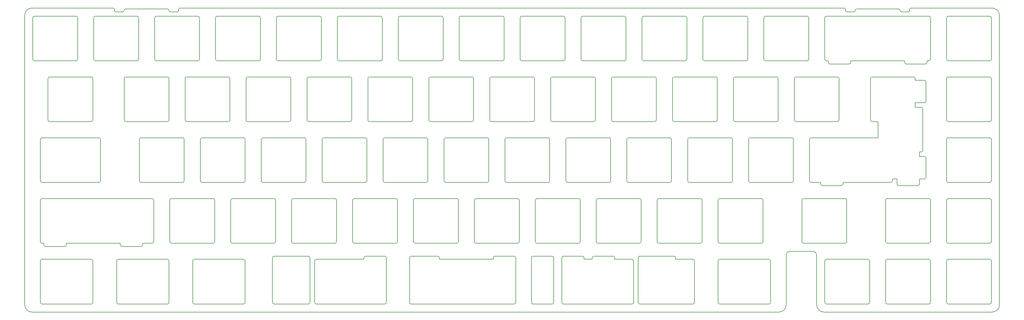
<source format=gbr>
%TF.GenerationSoftware,KiCad,Pcbnew,7.0.1*%
%TF.CreationDate,2023-05-02T22:12:12+03:00*%
%TF.ProjectId,rpneko65-fr4-plate,72706e65-6b6f-4363-952d-6672342d706c,rev?*%
%TF.SameCoordinates,Original*%
%TF.FileFunction,Profile,NP*%
%FSLAX46Y46*%
G04 Gerber Fmt 4.6, Leading zero omitted, Abs format (unit mm)*
G04 Created by KiCad (PCBNEW 7.0.1) date 2023-05-02 22:12:12*
%MOMM*%
%LPD*%
G01*
G04 APERTURE LIST*
%TA.AperFunction,Profile*%
%ADD10C,0.200000*%
%TD*%
G04 APERTURE END LIST*
D10*
X290852553Y-190215947D02*
G75*
G03*
X293102553Y-187965947I0J2250000D01*
G01*
X294352553Y-171165947D02*
G75*
G03*
X293102553Y-172415947I0J-1250000D01*
G01*
X294352553Y-171165947D02*
X301377553Y-171165947D01*
X302627553Y-172415947D02*
G75*
G03*
X301377553Y-171165947I-1250000J0D01*
G01*
X302627553Y-172415947D02*
X302627553Y-187965947D01*
X302627553Y-187965947D02*
G75*
G03*
X304877553Y-190215947I2250000J0D01*
G01*
X357527553Y-190215947D02*
G75*
G03*
X359777553Y-187965947I0J2250000D01*
G01*
X304877553Y-190215947D02*
X357527553Y-190215947D01*
X359777553Y-97215847D02*
X359777553Y-187965947D01*
X359777553Y-97215847D02*
G75*
G03*
X357527553Y-94965847I-2250000J0D01*
G01*
X332177553Y-94965847D02*
X357527553Y-94965847D01*
X331677553Y-95465847D02*
X331677553Y-95715847D01*
X332177553Y-94965847D02*
G75*
G03*
X331677553Y-95465847I0J-500000D01*
G01*
X331177553Y-96215847D02*
G75*
G03*
X331677553Y-95715847I0J500000D01*
G01*
X331177553Y-96215847D02*
X329177553Y-96215847D01*
X328677553Y-95715847D02*
G75*
G03*
X329177553Y-96215847I500000J0D01*
G01*
X328677553Y-95715847D02*
G75*
G03*
X328177553Y-95215847I-500000J0D01*
G01*
X315177553Y-95215847D02*
G75*
G03*
X314677553Y-95715847I0J-500000D01*
G01*
X314177553Y-96215847D02*
G75*
G03*
X314677553Y-95715847I0J500000D01*
G01*
X312177553Y-96215847D02*
X314177553Y-96215847D01*
X311677553Y-95715847D02*
G75*
G03*
X312177553Y-96215847I500000J0D01*
G01*
X311677553Y-95465847D02*
X311677553Y-95715847D01*
X311677553Y-95465847D02*
G75*
G03*
X311177553Y-94965847I-500000J0D01*
G01*
X315177553Y-95215847D02*
X328177553Y-95215847D01*
X103577153Y-94965847D02*
X311177553Y-94965847D01*
X103077153Y-95465847D02*
X103077153Y-95715847D01*
X103577153Y-94965847D02*
G75*
G03*
X103077153Y-95465847I0J-500000D01*
G01*
X102577153Y-96215847D02*
G75*
G03*
X103077153Y-95715847I0J500000D01*
G01*
X102577153Y-96215847D02*
X100577153Y-96215847D01*
X100077153Y-95715847D02*
G75*
G03*
X100577153Y-96215847I500000J0D01*
G01*
X100077153Y-95715847D02*
G75*
G03*
X99577153Y-95215847I-500000J0D01*
G01*
X86577153Y-95215847D02*
X99577153Y-95215847D01*
X86577153Y-95215847D02*
G75*
G03*
X86077153Y-95715847I0J-500000D01*
G01*
X85577153Y-96215847D02*
G75*
G03*
X86077153Y-95715847I0J500000D01*
G01*
X83577153Y-96215847D02*
X85577153Y-96215847D01*
X83077153Y-95715847D02*
G75*
G03*
X83577153Y-96215847I500000J0D01*
G01*
X83077153Y-95465847D02*
G75*
G03*
X82577153Y-94965847I-500000J0D01*
G01*
X83077153Y-95465847D02*
X83077153Y-95715847D01*
X57227153Y-94965847D02*
G75*
G03*
X54977153Y-97215847I0J-2250000D01*
G01*
X57227153Y-94965847D02*
X82577153Y-94965847D01*
X54977153Y-97215847D02*
X54977153Y-187965947D01*
X57227153Y-190215947D02*
X290852553Y-190215947D01*
X54977153Y-187965947D02*
G75*
G03*
X57227153Y-190215947I2250000J0D01*
G01*
X343261553Y-174194947D02*
X343261553Y-187194947D01*
X357261553Y-187194947D02*
X357261553Y-174194947D01*
X356761553Y-173694947D02*
X343761553Y-173694947D01*
X343761553Y-187694947D02*
X356761553Y-187694947D01*
X343761553Y-173694947D02*
G75*
G03*
X343261553Y-174194947I0J-500000D01*
G01*
X357261553Y-174194947D02*
G75*
G03*
X356761553Y-173694947I-500000J0D01*
G01*
X356761553Y-187694947D02*
G75*
G03*
X357261553Y-187194947I0J500000D01*
G01*
X343261553Y-187194947D02*
G75*
G03*
X343761553Y-187694947I500000J0D01*
G01*
X324211553Y-174194947D02*
X324211553Y-187194947D01*
X338211553Y-187194947D02*
X338211553Y-174194947D01*
X337711553Y-173694947D02*
X324711553Y-173694947D01*
X324711553Y-187694947D02*
X337711553Y-187694947D01*
X324711553Y-173694947D02*
G75*
G03*
X324211553Y-174194947I0J-500000D01*
G01*
X338211553Y-174194947D02*
G75*
G03*
X337711553Y-173694947I-500000J0D01*
G01*
X337711553Y-187694947D02*
G75*
G03*
X338211553Y-187194947I0J500000D01*
G01*
X324211553Y-187194947D02*
G75*
G03*
X324711553Y-187694947I500000J0D01*
G01*
X305161553Y-174194947D02*
X305161553Y-187194947D01*
X319161553Y-187194947D02*
X319161553Y-174194947D01*
X318661553Y-173694947D02*
X305661553Y-173694947D01*
X305661553Y-187694947D02*
X318661553Y-187694947D01*
X305661553Y-173694947D02*
G75*
G03*
X305161553Y-174194947I0J-500000D01*
G01*
X319161553Y-174194947D02*
G75*
G03*
X318661553Y-173694947I-500000J0D01*
G01*
X318661553Y-187694947D02*
G75*
G03*
X319161553Y-187194947I0J500000D01*
G01*
X305161553Y-187194947D02*
G75*
G03*
X305661553Y-187694947I500000J0D01*
G01*
X288205553Y-187194947D02*
X288205553Y-174194947D01*
X287705553Y-173694947D02*
X285323553Y-173694947D01*
X285323553Y-187694947D02*
X287705553Y-187694947D01*
X288205553Y-174194947D02*
G75*
G03*
X287705553Y-173694947I-500000J0D01*
G01*
X287705553Y-187694947D02*
G75*
G03*
X288205553Y-187194947I0J500000D01*
G01*
X271823553Y-174194947D02*
X271823553Y-187194947D01*
X274705553Y-173694947D02*
X272323553Y-173694947D01*
X285323553Y-173694947D02*
X274705553Y-173694947D01*
X274705553Y-187694947D02*
X285323553Y-187694947D01*
X272323553Y-187694947D02*
X274705553Y-187694947D01*
X272323553Y-173694947D02*
G75*
G03*
X271823553Y-174194947I0J-500000D01*
G01*
X271823553Y-187194947D02*
G75*
G03*
X272323553Y-187694947I500000J0D01*
G01*
X264392553Y-187194947D02*
X264392553Y-174194947D01*
X263892553Y-173694947D02*
X258511553Y-173694947D01*
X258011553Y-187694947D02*
X263892553Y-187694947D01*
X264392553Y-174194947D02*
G75*
G03*
X263892553Y-173694947I-500000J0D01*
G01*
X263892553Y-187694947D02*
G75*
G03*
X264392553Y-187194947I0J500000D01*
G01*
X229904553Y-173694947D02*
X229904553Y-173194947D01*
X222904553Y-173194947D02*
X222904553Y-187194947D01*
X223404553Y-187694947D02*
X229404553Y-187694947D01*
X229404553Y-172694947D02*
X223404553Y-172694947D01*
X229404553Y-187694949D02*
G75*
G03*
X229432928Y-187694141I0J498502D01*
G01*
X222904553Y-187194947D02*
G75*
G03*
X223404553Y-187694947I500000J0D01*
G01*
X223404553Y-172694947D02*
G75*
G03*
X222904553Y-173194947I0J-500000D01*
G01*
X229904553Y-173194947D02*
G75*
G03*
X229404553Y-172694947I-500000J0D01*
G01*
X246780553Y-173194947D02*
X246780553Y-187194947D01*
X250892553Y-187694947D02*
X252011553Y-187694947D01*
X247280553Y-187694947D02*
X250892553Y-187694947D01*
X252011553Y-172694947D02*
X247280553Y-172694947D01*
X246780553Y-187194947D02*
G75*
G03*
X247280553Y-187694947I500000J0D01*
G01*
X247280553Y-172694947D02*
G75*
G03*
X246780553Y-173194947I0J-500000D01*
G01*
X245342553Y-187194947D02*
X245342553Y-174194947D01*
X244842553Y-173694947D02*
X242461553Y-173694947D01*
X242461553Y-187694947D02*
X244842553Y-187694947D01*
X245342553Y-174194947D02*
G75*
G03*
X244842553Y-173694947I-500000J0D01*
G01*
X244842553Y-187694947D02*
G75*
G03*
X245342553Y-187194947I0J500000D01*
G01*
X220411553Y-187194947D02*
X220411553Y-173194947D01*
X213411553Y-173194947D02*
X213411553Y-187194947D01*
X213911553Y-187694947D02*
X219911553Y-187694947D01*
X219911553Y-172694947D02*
X213911553Y-172694947D01*
X219911553Y-187694947D02*
G75*
G03*
X220411553Y-187194947I0J500000D01*
G01*
X213411553Y-187194947D02*
G75*
G03*
X213911553Y-187694947I500000J0D01*
G01*
X213911553Y-172694947D02*
G75*
G03*
X213411553Y-173194947I0J-500000D01*
G01*
X220411553Y-173194947D02*
G75*
G03*
X219911553Y-172694947I-500000J0D01*
G01*
X231842553Y-173694947D02*
X229904553Y-173694947D01*
X232455553Y-173694947D02*
X231842553Y-173694947D01*
X242461553Y-173694947D02*
X239455553Y-173694947D01*
X238955553Y-187694947D02*
X242461553Y-187694947D01*
X231842553Y-187694947D02*
X232955553Y-187694947D01*
X229461553Y-187694947D02*
X231842553Y-187694947D01*
X229433178Y-187694139D02*
G75*
G03*
X229461553Y-187694947I28375J497692D01*
G01*
X184660553Y-173694947D02*
X184660553Y-173194947D01*
X184160553Y-172694947D02*
X181811553Y-172694947D01*
X184660553Y-173194947D02*
G75*
G03*
X184160553Y-172694947I-500000J0D01*
G01*
X208536553Y-187194947D02*
X208536553Y-173194947D01*
X201536553Y-173194947D02*
X201536553Y-173694947D01*
X204361553Y-187694947D02*
X208036553Y-187694947D01*
X208036553Y-172694947D02*
X202036553Y-172694947D01*
X208036553Y-187694947D02*
G75*
G03*
X208536553Y-187194947I0J500000D01*
G01*
X202036553Y-172694947D02*
G75*
G03*
X201536553Y-173194947I0J-500000D01*
G01*
X208536553Y-173194947D02*
G75*
G03*
X208036553Y-172694947I-500000J0D01*
G01*
X258511553Y-173694947D02*
X258511553Y-173194947D01*
X253280553Y-187694947D02*
X258011553Y-187694947D01*
X252011553Y-187694947D02*
X253280553Y-187694947D01*
X253280553Y-172694947D02*
X252011553Y-172694947D01*
X258011553Y-172694947D02*
X253280553Y-172694947D01*
X258511553Y-173194947D02*
G75*
G03*
X258011553Y-172694947I-500000J0D01*
G01*
X201536553Y-173694947D02*
X199599553Y-173694947D01*
X199599553Y-173694947D02*
X192455553Y-173694947D01*
X202036553Y-187694947D02*
X204361553Y-187694947D01*
X199599553Y-187694947D02*
X202036553Y-187694947D01*
X192455553Y-187694947D02*
X199599553Y-187694947D01*
X144211553Y-187194947D02*
X144211553Y-173194947D01*
X143679553Y-187694947D02*
X143711553Y-187694947D01*
X143711553Y-172694947D02*
X143679553Y-172694947D01*
X143711553Y-187694947D02*
G75*
G03*
X144211553Y-187194947I0J500000D01*
G01*
X144211553Y-173194947D02*
G75*
G03*
X143711553Y-172694947I-500000J0D01*
G01*
X175311553Y-173194947D02*
X175311553Y-187194947D01*
X178160553Y-187694947D02*
X179455553Y-187694947D01*
X175811553Y-187694947D02*
X178160553Y-187694947D01*
X178160553Y-172694947D02*
X175811553Y-172694947D01*
X181811553Y-172694947D02*
X178160553Y-172694947D01*
X175311553Y-187194947D02*
G75*
G03*
X175811553Y-187694947I500000J0D01*
G01*
X175811553Y-172694947D02*
G75*
G03*
X175311553Y-173194947I0J-500000D01*
G01*
X161055553Y-173694947D02*
X159117553Y-173694947D01*
X159117553Y-187694947D02*
X161555553Y-187694947D01*
X138955553Y-187694947D02*
X143679553Y-187694947D01*
X143679553Y-172694947D02*
X138955553Y-172694947D01*
X168055553Y-187194947D02*
X168055553Y-173194947D01*
X161055553Y-173194947D02*
X161055553Y-173694947D01*
X166261553Y-187694947D02*
X167555553Y-187694947D01*
X161555553Y-187694947D02*
X166261553Y-187694947D01*
X167555553Y-172694947D02*
X161555553Y-172694947D01*
X167555553Y-187694947D02*
G75*
G03*
X168055553Y-187194947I0J500000D01*
G01*
X161555553Y-172694947D02*
G75*
G03*
X161055553Y-173194947I0J-500000D01*
G01*
X168055553Y-173194947D02*
G75*
G03*
X167555553Y-172694947I-500000J0D01*
G01*
X145617553Y-174194947D02*
X145617553Y-187194947D01*
X153261553Y-173694947D02*
X146117553Y-173694947D01*
X159117553Y-173694947D02*
X153261553Y-173694947D01*
X153261553Y-187694947D02*
X159117553Y-187694947D01*
X146117553Y-187694947D02*
X153261553Y-187694947D01*
X146117553Y-173694947D02*
G75*
G03*
X145617553Y-174194947I0J-500000D01*
G01*
X145617553Y-187194947D02*
G75*
G03*
X146117553Y-187694947I500000J0D01*
G01*
X132455553Y-173194947D02*
X132455553Y-187194947D01*
X137711553Y-187694947D02*
X138955553Y-187694947D01*
X137679553Y-187694947D02*
X137711553Y-187694947D01*
X132955553Y-187694947D02*
X137679553Y-187694947D01*
X137679553Y-172694947D02*
X132955553Y-172694947D01*
X137711553Y-172694947D02*
X137679553Y-172694947D01*
X138955553Y-172694947D02*
X137711553Y-172694947D01*
X132455553Y-187194947D02*
G75*
G03*
X132955553Y-187694947I500000J0D01*
G01*
X132955553Y-172694947D02*
G75*
G03*
X132455553Y-173194947I0J-500000D01*
G01*
X239455553Y-173694947D02*
X239455553Y-173194947D01*
X232455553Y-173194947D02*
X232455553Y-173694947D01*
X232955553Y-187694947D02*
X238955553Y-187694947D01*
X238955553Y-172694947D02*
X232955553Y-172694947D01*
X232955553Y-172694947D02*
G75*
G03*
X232455553Y-173194947I0J-500000D01*
G01*
X239455553Y-173194947D02*
G75*
G03*
X238955553Y-172694947I-500000J0D01*
G01*
X186599553Y-173694947D02*
X184660553Y-173694947D01*
X191361553Y-173694947D02*
X186599553Y-173694947D01*
X192455553Y-173694947D02*
X191361553Y-173694947D01*
X191361553Y-187694947D02*
X192455553Y-187694947D01*
X184160553Y-187694947D02*
X186599553Y-187694947D01*
X186599553Y-187694947D02*
X191361553Y-187694947D01*
X181811553Y-187694947D02*
X184160553Y-187694947D01*
X179455553Y-187694947D02*
X181811553Y-187694947D01*
X123898553Y-187194947D02*
X123898553Y-174194947D01*
X123398553Y-173694947D02*
X121017553Y-173694947D01*
X121017553Y-187694947D02*
X123398553Y-187694947D01*
X123898553Y-174194947D02*
G75*
G03*
X123398553Y-173694947I-500000J0D01*
G01*
X123398553Y-187694947D02*
G75*
G03*
X123898553Y-187194947I0J500000D01*
G01*
X107517553Y-174194947D02*
X107517553Y-187194947D01*
X110398553Y-173694947D02*
X108017553Y-173694947D01*
X121017553Y-173694947D02*
X110398553Y-173694947D01*
X110398553Y-187694947D02*
X121017553Y-187694947D01*
X108017553Y-187694947D02*
X110398553Y-187694947D01*
X108017553Y-173694947D02*
G75*
G03*
X107517553Y-174194947I0J-500000D01*
G01*
X107517553Y-187194947D02*
G75*
G03*
X108017553Y-187694947I500000J0D01*
G01*
X100086553Y-187194947D02*
X100086553Y-174194947D01*
X99586553Y-173694947D02*
X97205353Y-173694947D01*
X97205353Y-187694947D02*
X99586553Y-187694947D01*
X100086553Y-174194947D02*
G75*
G03*
X99586553Y-173694947I-500000J0D01*
G01*
X99586553Y-187694947D02*
G75*
G03*
X100086553Y-187194947I0J500000D01*
G01*
X83705353Y-174194947D02*
X83705353Y-187194947D01*
X86586553Y-173694947D02*
X84205353Y-173694947D01*
X97205353Y-173694947D02*
X86586553Y-173694947D01*
X86586553Y-187694947D02*
X97205353Y-187694947D01*
X84205353Y-187694947D02*
X86586553Y-187694947D01*
X84205353Y-173694947D02*
G75*
G03*
X83705353Y-174194947I0J-500000D01*
G01*
X83705353Y-187194947D02*
G75*
G03*
X84205353Y-187694947I500000J0D01*
G01*
X76274053Y-187194947D02*
X76274053Y-174194947D01*
X75774053Y-173694947D02*
X73392753Y-173694947D01*
X73392753Y-187694947D02*
X75774053Y-187694947D01*
X76274053Y-174194947D02*
G75*
G03*
X75774053Y-173694947I-500000J0D01*
G01*
X75774053Y-187694947D02*
G75*
G03*
X76274053Y-187194947I0J500000D01*
G01*
X59892753Y-174194947D02*
X59892753Y-187194947D01*
X62774053Y-173694947D02*
X60392753Y-173694947D01*
X73392753Y-173694947D02*
X62774053Y-173694947D01*
X62774053Y-187694947D02*
X73392753Y-187694947D01*
X60392753Y-187694947D02*
X62774053Y-187694947D01*
X60392753Y-173694947D02*
G75*
G03*
X59892753Y-174194947I0J-500000D01*
G01*
X59892753Y-187194947D02*
G75*
G03*
X60392753Y-187694947I500000J0D01*
G01*
X343261553Y-155145447D02*
X343261553Y-168145447D01*
X357261553Y-168145447D02*
X357261553Y-155145447D01*
X356761553Y-154645447D02*
X343761553Y-154645447D01*
X343761553Y-168645447D02*
X356761553Y-168645447D01*
X343761553Y-154645447D02*
G75*
G03*
X343261553Y-155145447I0J-500000D01*
G01*
X357261553Y-155145447D02*
G75*
G03*
X356761553Y-154645447I-500000J0D01*
G01*
X356761553Y-168645447D02*
G75*
G03*
X357261553Y-168145447I0J500000D01*
G01*
X343261553Y-168145447D02*
G75*
G03*
X343761553Y-168645447I500000J0D01*
G01*
X324211553Y-155145447D02*
X324211553Y-168145447D01*
X338211553Y-168145447D02*
X338211553Y-155145447D01*
X337711553Y-154645447D02*
X324711553Y-154645447D01*
X324711553Y-168645447D02*
X337711553Y-168645447D01*
X324711553Y-154645447D02*
G75*
G03*
X324211553Y-155145447I0J-500000D01*
G01*
X338211553Y-155145447D02*
G75*
G03*
X337711553Y-154645447I-500000J0D01*
G01*
X337711553Y-168645447D02*
G75*
G03*
X338211553Y-168145447I0J500000D01*
G01*
X324211553Y-168145447D02*
G75*
G03*
X324711553Y-168645447I500000J0D01*
G01*
X298017553Y-155145447D02*
X298017553Y-168145447D01*
X312017553Y-168145447D02*
X312017553Y-155145447D01*
X311517553Y-154645447D02*
X298517553Y-154645447D01*
X298517553Y-168645447D02*
X311517553Y-168645447D01*
X298517553Y-154645447D02*
G75*
G03*
X298017553Y-155145447I0J-500000D01*
G01*
X312017553Y-155145447D02*
G75*
G03*
X311517553Y-154645447I-500000J0D01*
G01*
X311517553Y-168645447D02*
G75*
G03*
X312017553Y-168145447I0J500000D01*
G01*
X298017553Y-168145447D02*
G75*
G03*
X298517553Y-168645447I500000J0D01*
G01*
X271823553Y-155145447D02*
X271823553Y-168145447D01*
X285823553Y-168145447D02*
X285823553Y-155145447D01*
X285323553Y-154645447D02*
X272323553Y-154645447D01*
X272323553Y-168645447D02*
X285323553Y-168645447D01*
X272323553Y-154645447D02*
G75*
G03*
X271823553Y-155145447I0J-500000D01*
G01*
X285823553Y-155145447D02*
G75*
G03*
X285323553Y-154645447I-500000J0D01*
G01*
X285323553Y-168645447D02*
G75*
G03*
X285823553Y-168145447I0J500000D01*
G01*
X271823553Y-168145447D02*
G75*
G03*
X272323553Y-168645447I500000J0D01*
G01*
X252773553Y-155145447D02*
X252773553Y-168145447D01*
X266774553Y-168145447D02*
X266774553Y-155145447D01*
X266274553Y-154645447D02*
X253273553Y-154645447D01*
X253273553Y-168645447D02*
X266274553Y-168645447D01*
X253273553Y-154645447D02*
G75*
G03*
X252773553Y-155145447I0J-500000D01*
G01*
X266774553Y-155145447D02*
G75*
G03*
X266274553Y-154645447I-500000J0D01*
G01*
X266274553Y-168645447D02*
G75*
G03*
X266774553Y-168145447I0J500000D01*
G01*
X252773553Y-168145447D02*
G75*
G03*
X253273553Y-168645447I500000J0D01*
G01*
X233724553Y-155145447D02*
X233724553Y-168145447D01*
X247724553Y-168145447D02*
X247724553Y-155145447D01*
X247224553Y-154645447D02*
X234224553Y-154645447D01*
X234224553Y-168645447D02*
X247224553Y-168645447D01*
X234224553Y-154645447D02*
G75*
G03*
X233724553Y-155145447I0J-500000D01*
G01*
X247724553Y-155145447D02*
G75*
G03*
X247224553Y-154645447I-500000J0D01*
G01*
X247224553Y-168645447D02*
G75*
G03*
X247724553Y-168145447I0J500000D01*
G01*
X233724553Y-168145447D02*
G75*
G03*
X234224553Y-168645447I500000J0D01*
G01*
X214673553Y-155145447D02*
X214673553Y-168145447D01*
X228673553Y-168145447D02*
X228673553Y-155145447D01*
X228173553Y-154645447D02*
X215173553Y-154645447D01*
X215173553Y-168645447D02*
X228173553Y-168645447D01*
X215173553Y-154645447D02*
G75*
G03*
X214673553Y-155145447I0J-500000D01*
G01*
X228673553Y-155145447D02*
G75*
G03*
X228173553Y-154645447I-500000J0D01*
G01*
X228173553Y-168645447D02*
G75*
G03*
X228673553Y-168145447I0J500000D01*
G01*
X214673553Y-168145447D02*
G75*
G03*
X215173553Y-168645447I500000J0D01*
G01*
X195623553Y-155145447D02*
X195623553Y-168145447D01*
X209623553Y-168145447D02*
X209623553Y-155145447D01*
X209123553Y-154645447D02*
X196123553Y-154645447D01*
X196123553Y-168645447D02*
X209123553Y-168645447D01*
X196123553Y-154645447D02*
G75*
G03*
X195623553Y-155145447I0J-500000D01*
G01*
X209623553Y-155145447D02*
G75*
G03*
X209123553Y-154645447I-500000J0D01*
G01*
X209123553Y-168645447D02*
G75*
G03*
X209623553Y-168145447I0J500000D01*
G01*
X195623553Y-168145447D02*
G75*
G03*
X196123553Y-168645447I500000J0D01*
G01*
X176574553Y-155145447D02*
X176574553Y-168145447D01*
X190574553Y-168145447D02*
X190574553Y-155145447D01*
X190074553Y-154645447D02*
X177074553Y-154645447D01*
X177074553Y-168645447D02*
X190074553Y-168645447D01*
X177074553Y-154645447D02*
G75*
G03*
X176574553Y-155145447I0J-500000D01*
G01*
X190574553Y-155145447D02*
G75*
G03*
X190074553Y-154645447I-500000J0D01*
G01*
X190074553Y-168645447D02*
G75*
G03*
X190574553Y-168145447I0J500000D01*
G01*
X176574553Y-168145447D02*
G75*
G03*
X177074553Y-168645447I500000J0D01*
G01*
X157523553Y-155145447D02*
X157523553Y-168145447D01*
X171523553Y-168145447D02*
X171523553Y-155145447D01*
X171023553Y-154645447D02*
X158023553Y-154645447D01*
X158023553Y-168645447D02*
X171023553Y-168645447D01*
X158023553Y-154645447D02*
G75*
G03*
X157523553Y-155145447I0J-500000D01*
G01*
X171523553Y-155145447D02*
G75*
G03*
X171023553Y-154645447I-500000J0D01*
G01*
X171023553Y-168645447D02*
G75*
G03*
X171523553Y-168145447I0J500000D01*
G01*
X157523553Y-168145447D02*
G75*
G03*
X158023553Y-168645447I500000J0D01*
G01*
X138474553Y-155145447D02*
X138474553Y-168145447D01*
X152474553Y-168145447D02*
X152474553Y-155145447D01*
X151974553Y-154645447D02*
X138974553Y-154645447D01*
X138974553Y-168645447D02*
X151974553Y-168645447D01*
X138974553Y-154645447D02*
G75*
G03*
X138474553Y-155145447I0J-500000D01*
G01*
X152474553Y-155145447D02*
G75*
G03*
X151974553Y-154645447I-500000J0D01*
G01*
X151974553Y-168645447D02*
G75*
G03*
X152474553Y-168145447I0J500000D01*
G01*
X138474553Y-168145447D02*
G75*
G03*
X138974553Y-168645447I500000J0D01*
G01*
X119423553Y-155145447D02*
X119423553Y-168145447D01*
X133423553Y-168145447D02*
X133423553Y-155145447D01*
X132923553Y-154645447D02*
X119923553Y-154645447D01*
X119923553Y-168645447D02*
X132923553Y-168645447D01*
X119923553Y-154645447D02*
G75*
G03*
X119423553Y-155145447I0J-500000D01*
G01*
X133423553Y-155145447D02*
G75*
G03*
X132923553Y-154645447I-500000J0D01*
G01*
X132923553Y-168645447D02*
G75*
G03*
X133423553Y-168145447I0J500000D01*
G01*
X119423553Y-168145447D02*
G75*
G03*
X119923553Y-168645447I500000J0D01*
G01*
X100374053Y-155145447D02*
X100374053Y-168145447D01*
X114374553Y-168145447D02*
X114374553Y-155145447D01*
X113874553Y-154645447D02*
X100874053Y-154645447D01*
X100874053Y-168645447D02*
X113874553Y-168645447D01*
X100874053Y-154645447D02*
G75*
G03*
X100374053Y-155145447I0J-500000D01*
G01*
X114374553Y-155145447D02*
G75*
G03*
X113874553Y-154645447I-500000J0D01*
G01*
X113874553Y-168645447D02*
G75*
G03*
X114374553Y-168145447I0J500000D01*
G01*
X100374053Y-168145447D02*
G75*
G03*
X100874053Y-168645447I500000J0D01*
G01*
X95324053Y-168145447D02*
X95324053Y-155145447D01*
X85355753Y-154645447D02*
X82917853Y-154645447D01*
X94824053Y-154645447D02*
X91355753Y-154645447D01*
X91855753Y-168645447D02*
X94824053Y-168645447D01*
X82917853Y-168645447D02*
X84855753Y-168645447D01*
X95324053Y-155145447D02*
G75*
G03*
X94824053Y-154645447I-500000J0D01*
G01*
X94824053Y-168645447D02*
G75*
G03*
X95324053Y-168145447I0J500000D01*
G01*
X84855753Y-168645447D02*
X84855753Y-169145447D01*
X91855753Y-169145447D02*
X91855753Y-168645447D01*
X91355753Y-154645447D02*
X85355753Y-154645447D01*
X85355753Y-169645447D02*
X91355753Y-169645447D01*
X91355753Y-169645447D02*
G75*
G03*
X91855753Y-169145447I0J500000D01*
G01*
X84855753Y-169145447D02*
G75*
G03*
X85355753Y-169645447I500000J0D01*
G01*
X60979853Y-168645447D02*
X60979853Y-169145447D01*
X67979853Y-169145447D02*
X67979853Y-168645447D01*
X61479853Y-169645447D02*
X67479853Y-169645447D01*
X67479853Y-169645447D02*
G75*
G03*
X67979853Y-169145447I0J500000D01*
G01*
X60979853Y-169145447D02*
G75*
G03*
X61479853Y-169645447I500000J0D01*
G01*
X81824053Y-154645447D02*
X73392753Y-154645447D01*
X82917853Y-154645447D02*
X81824053Y-154645447D01*
X81824053Y-168645447D02*
X82917853Y-168645447D01*
X73392753Y-168645447D02*
X81824053Y-168645447D01*
X59892753Y-155145447D02*
X59892753Y-168145447D01*
X61479853Y-154645447D02*
X60392753Y-154645447D01*
X67479853Y-154645447D02*
X61479853Y-154645447D01*
X69917753Y-154645447D02*
X67479853Y-154645447D01*
X73392753Y-154645447D02*
X69917753Y-154645447D01*
X67979853Y-168645447D02*
X69917753Y-168645447D01*
X69917753Y-168645447D02*
X73392753Y-168645447D01*
X60392753Y-168645447D02*
X60979853Y-168645447D01*
X60392753Y-154645447D02*
G75*
G03*
X59892753Y-155145447I0J-500000D01*
G01*
X59892753Y-168145447D02*
G75*
G03*
X60392753Y-168645447I500000J0D01*
G01*
X343261553Y-136095447D02*
X343261553Y-149095447D01*
X357261553Y-149095447D02*
X357261553Y-136095447D01*
X356761553Y-135595447D02*
X343761553Y-135595447D01*
X343761553Y-149595447D02*
X356761553Y-149595447D01*
X343761553Y-135595447D02*
G75*
G03*
X343261553Y-136095447I0J-500000D01*
G01*
X357261553Y-136095447D02*
G75*
G03*
X356761553Y-135595447I-500000J0D01*
G01*
X356761553Y-149595447D02*
G75*
G03*
X357261553Y-149095447I0J500000D01*
G01*
X343261553Y-149095447D02*
G75*
G03*
X343761553Y-149595447I500000J0D01*
G01*
X300399553Y-136095447D02*
X300399553Y-149095447D01*
X304367553Y-135595447D02*
X300899553Y-135595447D01*
X312805553Y-135595447D02*
X310367553Y-135595447D01*
X310867553Y-149595447D02*
X312805553Y-149595447D01*
X300899553Y-149595447D02*
X303867553Y-149595447D01*
X300899553Y-135595447D02*
G75*
G03*
X300399553Y-136095447I0J-500000D01*
G01*
X300399553Y-149095447D02*
G75*
G03*
X300899553Y-149595447I500000J0D01*
G01*
X327743553Y-148508447D02*
X327743553Y-150095447D01*
X334743553Y-141508447D02*
X334743553Y-140070447D01*
X334743553Y-150095447D02*
X334743553Y-148508447D01*
X328243553Y-150595447D02*
X334243553Y-150595447D01*
X334243553Y-150595447D02*
G75*
G03*
X334743553Y-150095447I0J500000D01*
G01*
X327743553Y-150095447D02*
G75*
G03*
X328243553Y-150595447I500000J0D01*
G01*
X303867553Y-149595447D02*
X303867553Y-150095447D01*
X310867553Y-150095447D02*
X310867553Y-149595447D01*
X310367553Y-135595447D02*
X304367553Y-135595447D01*
X304367553Y-150595447D02*
X310367553Y-150595447D01*
X310367553Y-150595447D02*
G75*
G03*
X310867553Y-150095447I0J500000D01*
G01*
X303867553Y-150095447D02*
G75*
G03*
X304367553Y-150595447I500000J0D01*
G01*
X326305553Y-149095447D02*
X326305553Y-148508447D01*
X313899553Y-135595447D02*
X312805553Y-135595447D01*
X321830553Y-135595447D02*
X313899553Y-135595447D01*
X313899553Y-149595447D02*
X325805553Y-149595447D01*
X312805553Y-149595447D02*
X313899553Y-149595447D01*
X325805553Y-149595447D02*
G75*
G03*
X326305553Y-149095447I0J500000D01*
G01*
X281349553Y-136095447D02*
X281349553Y-149095447D01*
X295349553Y-149095447D02*
X295349553Y-136095447D01*
X294849553Y-135595447D02*
X281849553Y-135595447D01*
X281849553Y-149595447D02*
X294849553Y-149595447D01*
X281849553Y-135595447D02*
G75*
G03*
X281349553Y-136095447I0J-500000D01*
G01*
X295349553Y-136095447D02*
G75*
G03*
X294849553Y-135595447I-500000J0D01*
G01*
X294849553Y-149595447D02*
G75*
G03*
X295349553Y-149095447I0J500000D01*
G01*
X281349553Y-149095447D02*
G75*
G03*
X281849553Y-149595447I500000J0D01*
G01*
X262299553Y-136095447D02*
X262299553Y-149095447D01*
X276299553Y-149095447D02*
X276299553Y-136095447D01*
X275799553Y-135595447D02*
X262799553Y-135595447D01*
X262799553Y-149595447D02*
X275799553Y-149595447D01*
X262799553Y-135595447D02*
G75*
G03*
X262299553Y-136095447I0J-500000D01*
G01*
X276299553Y-136095447D02*
G75*
G03*
X275799553Y-135595447I-500000J0D01*
G01*
X275799553Y-149595447D02*
G75*
G03*
X276299553Y-149095447I0J500000D01*
G01*
X262299553Y-149095447D02*
G75*
G03*
X262799553Y-149595447I500000J0D01*
G01*
X243248553Y-136095447D02*
X243248553Y-149095447D01*
X257248553Y-149095447D02*
X257248553Y-136095447D01*
X256748553Y-135595447D02*
X243748553Y-135595447D01*
X243748553Y-149595447D02*
X256748553Y-149595447D01*
X243748553Y-135595447D02*
G75*
G03*
X243248553Y-136095447I0J-500000D01*
G01*
X257248553Y-136095447D02*
G75*
G03*
X256748553Y-135595447I-500000J0D01*
G01*
X256748553Y-149595447D02*
G75*
G03*
X257248553Y-149095447I0J500000D01*
G01*
X243248553Y-149095447D02*
G75*
G03*
X243748553Y-149595447I500000J0D01*
G01*
X224199553Y-136095447D02*
X224199553Y-149095447D01*
X238199553Y-149095447D02*
X238199553Y-136095447D01*
X237699553Y-135595447D02*
X224699553Y-135595447D01*
X224699553Y-149595447D02*
X237699553Y-149595447D01*
X224699553Y-135595447D02*
G75*
G03*
X224199553Y-136095447I0J-500000D01*
G01*
X238199553Y-136095447D02*
G75*
G03*
X237699553Y-135595447I-500000J0D01*
G01*
X237699553Y-149595447D02*
G75*
G03*
X238199553Y-149095447I0J500000D01*
G01*
X224199553Y-149095447D02*
G75*
G03*
X224699553Y-149595447I500000J0D01*
G01*
X205148553Y-136095447D02*
X205148553Y-149095447D01*
X219148553Y-149095447D02*
X219148553Y-136095447D01*
X218648553Y-135595447D02*
X205648553Y-135595447D01*
X205648553Y-149595447D02*
X218648553Y-149595447D01*
X205648553Y-135595447D02*
G75*
G03*
X205148553Y-136095447I0J-500000D01*
G01*
X219148553Y-136095447D02*
G75*
G03*
X218648553Y-135595447I-500000J0D01*
G01*
X218648553Y-149595447D02*
G75*
G03*
X219148553Y-149095447I0J500000D01*
G01*
X205148553Y-149095447D02*
G75*
G03*
X205648553Y-149595447I500000J0D01*
G01*
X186099553Y-136095447D02*
X186099553Y-149095447D01*
X200099553Y-149095447D02*
X200099553Y-136095447D01*
X199599553Y-135595447D02*
X186599553Y-135595447D01*
X186599553Y-149595447D02*
X199599553Y-149595447D01*
X186599553Y-135595447D02*
G75*
G03*
X186099553Y-136095447I0J-500000D01*
G01*
X200099553Y-136095447D02*
G75*
G03*
X199599553Y-135595447I-500000J0D01*
G01*
X199599553Y-149595447D02*
G75*
G03*
X200099553Y-149095447I0J500000D01*
G01*
X186099553Y-149095447D02*
G75*
G03*
X186599553Y-149595447I500000J0D01*
G01*
X167049553Y-136095447D02*
X167049553Y-149095447D01*
X181049553Y-149095447D02*
X181049553Y-136095447D01*
X180549553Y-135595447D02*
X167549553Y-135595447D01*
X167549553Y-149595447D02*
X180549553Y-149595447D01*
X167549553Y-135595447D02*
G75*
G03*
X167049553Y-136095447I0J-500000D01*
G01*
X181049553Y-136095447D02*
G75*
G03*
X180549553Y-135595447I-500000J0D01*
G01*
X180549553Y-149595447D02*
G75*
G03*
X181049553Y-149095447I0J500000D01*
G01*
X167049553Y-149095447D02*
G75*
G03*
X167549553Y-149595447I500000J0D01*
G01*
X147998553Y-136095447D02*
X147998553Y-149095447D01*
X161998553Y-149095447D02*
X161998553Y-136095447D01*
X161498553Y-135595447D02*
X148498553Y-135595447D01*
X148498553Y-149595447D02*
X161498553Y-149595447D01*
X148498553Y-135595447D02*
G75*
G03*
X147998553Y-136095447I0J-500000D01*
G01*
X161998553Y-136095447D02*
G75*
G03*
X161498553Y-135595447I-500000J0D01*
G01*
X161498553Y-149595447D02*
G75*
G03*
X161998553Y-149095447I0J500000D01*
G01*
X147998553Y-149095447D02*
G75*
G03*
X148498553Y-149595447I500000J0D01*
G01*
X128949553Y-136095447D02*
X128949553Y-149095447D01*
X142949553Y-149095447D02*
X142949553Y-136095447D01*
X142449553Y-135595447D02*
X129449553Y-135595447D01*
X129449553Y-149595447D02*
X142449553Y-149595447D01*
X129449553Y-135595447D02*
G75*
G03*
X128949553Y-136095447I0J-500000D01*
G01*
X142949553Y-136095447D02*
G75*
G03*
X142449553Y-135595447I-500000J0D01*
G01*
X142449553Y-149595447D02*
G75*
G03*
X142949553Y-149095447I0J500000D01*
G01*
X128949553Y-149095447D02*
G75*
G03*
X129449553Y-149595447I500000J0D01*
G01*
X109898553Y-136095447D02*
X109898553Y-149095447D01*
X123898553Y-149095447D02*
X123898553Y-136095447D01*
X123398553Y-135595447D02*
X110398553Y-135595447D01*
X110398553Y-149595447D02*
X123398553Y-149595447D01*
X110398553Y-135595447D02*
G75*
G03*
X109898553Y-136095447I0J-500000D01*
G01*
X123898553Y-136095447D02*
G75*
G03*
X123398553Y-135595447I-500000J0D01*
G01*
X123398553Y-149595447D02*
G75*
G03*
X123898553Y-149095447I0J500000D01*
G01*
X109898553Y-149095447D02*
G75*
G03*
X110398553Y-149595447I500000J0D01*
G01*
X90849053Y-136095447D02*
X90849053Y-149095447D01*
X104849053Y-149095447D02*
X104849053Y-136095447D01*
X104349053Y-135595447D02*
X91349053Y-135595447D01*
X91349053Y-149595447D02*
X104349053Y-149595447D01*
X91349053Y-135595447D02*
G75*
G03*
X90849053Y-136095447I0J-500000D01*
G01*
X104849053Y-136095447D02*
G75*
G03*
X104349053Y-135595447I-500000J0D01*
G01*
X104349053Y-149595447D02*
G75*
G03*
X104849053Y-149095447I0J500000D01*
G01*
X90849053Y-149095447D02*
G75*
G03*
X91349053Y-149595447I500000J0D01*
G01*
X78655353Y-149095447D02*
X78655353Y-136095447D01*
X78155353Y-135595447D02*
X73392753Y-135595447D01*
X73392753Y-149595447D02*
X78155353Y-149595447D01*
X78655353Y-136095447D02*
G75*
G03*
X78155353Y-135595447I-500000J0D01*
G01*
X78155353Y-149595447D02*
G75*
G03*
X78655353Y-149095447I0J500000D01*
G01*
X59892753Y-136095447D02*
X59892753Y-149095447D01*
X65155353Y-135595447D02*
X60392753Y-135595447D01*
X73392753Y-135595447D02*
X65155353Y-135595447D01*
X65155353Y-149595447D02*
X73392753Y-149595447D01*
X60392753Y-149595447D02*
X65155353Y-149595447D01*
X60392753Y-135595447D02*
G75*
G03*
X59892753Y-136095447I0J-500000D01*
G01*
X59892753Y-149095447D02*
G75*
G03*
X60392753Y-149595447I500000J0D01*
G01*
X343261553Y-117045447D02*
X343261553Y-130045447D01*
X357261553Y-130045447D02*
X357261553Y-117045447D01*
X356761553Y-116545447D02*
X343761553Y-116545447D01*
X343761553Y-130545447D02*
X356761553Y-130545447D01*
X343761553Y-116545447D02*
G75*
G03*
X343261553Y-117045447I0J-500000D01*
G01*
X357261553Y-117045447D02*
G75*
G03*
X356761553Y-116545447I-500000J0D01*
G01*
X356761553Y-130545447D02*
G75*
G03*
X357261553Y-130045447I0J500000D01*
G01*
X343261553Y-130045447D02*
G75*
G03*
X343761553Y-130545447I500000J0D01*
G01*
X333448553Y-124632447D02*
X336330553Y-124632447D01*
X336330553Y-117632447D02*
X333448553Y-117632447D01*
X336830553Y-124132447D02*
X336830553Y-118132447D01*
X336830553Y-118132447D02*
G75*
G03*
X336330553Y-117632447I-500000J0D01*
G01*
X336330553Y-124632447D02*
G75*
G03*
X336830553Y-124132447I0J500000D01*
G01*
X334743553Y-148508447D02*
X336330553Y-148508447D01*
X326305553Y-148508447D02*
X327743553Y-148508447D01*
X336330553Y-141508447D02*
X334743553Y-141508447D01*
X336830553Y-148008447D02*
X336830553Y-142008447D01*
X336830553Y-142008447D02*
G75*
G03*
X336330553Y-141508447I-500000J0D01*
G01*
X336330553Y-148508447D02*
G75*
G03*
X336830553Y-148008447I0J500000D01*
G01*
X321830553Y-130545447D02*
X321830553Y-135595447D01*
X335830553Y-139570447D02*
X335830553Y-126570447D01*
X335330553Y-126070447D02*
X333448553Y-126070447D01*
X334743553Y-140070447D02*
X335330553Y-140070447D01*
X335830553Y-126570447D02*
G75*
G03*
X335330553Y-126070447I-500000J0D01*
G01*
X335330553Y-140070447D02*
G75*
G03*
X335830553Y-139570447I0J500000D01*
G01*
X319448553Y-117045447D02*
X319448553Y-130045447D01*
X333448553Y-117632447D02*
X333448553Y-117045447D01*
X333448553Y-126070447D02*
X333448553Y-124632447D01*
X332948553Y-116545447D02*
X319948553Y-116545447D01*
X319948553Y-130545447D02*
X321830553Y-130545447D01*
X319948553Y-116545447D02*
G75*
G03*
X319448553Y-117045447I0J-500000D01*
G01*
X333448553Y-117045447D02*
G75*
G03*
X332948553Y-116545447I-500000J0D01*
G01*
X319448553Y-130045447D02*
G75*
G03*
X319948553Y-130545447I500000J0D01*
G01*
X295636553Y-117045447D02*
X295636553Y-130045447D01*
X309636553Y-130045447D02*
X309636553Y-117045447D01*
X309136553Y-116545447D02*
X296136553Y-116545447D01*
X296136553Y-130545447D02*
X309136553Y-130545447D01*
X296136553Y-116545447D02*
G75*
G03*
X295636553Y-117045447I0J-500000D01*
G01*
X309636553Y-117045447D02*
G75*
G03*
X309136553Y-116545447I-500000J0D01*
G01*
X309136553Y-130545447D02*
G75*
G03*
X309636553Y-130045447I0J500000D01*
G01*
X295636553Y-130045447D02*
G75*
G03*
X296136553Y-130545447I500000J0D01*
G01*
X276586553Y-117045447D02*
X276586553Y-130045447D01*
X290586553Y-130045447D02*
X290586553Y-117045447D01*
X290086553Y-116545447D02*
X277086553Y-116545447D01*
X277086553Y-130545447D02*
X290086553Y-130545447D01*
X277086553Y-116545447D02*
G75*
G03*
X276586553Y-117045447I0J-500000D01*
G01*
X290586553Y-117045447D02*
G75*
G03*
X290086553Y-116545447I-500000J0D01*
G01*
X290086553Y-130545447D02*
G75*
G03*
X290586553Y-130045447I0J500000D01*
G01*
X276586553Y-130045447D02*
G75*
G03*
X277086553Y-130545447I500000J0D01*
G01*
X257536553Y-117045447D02*
X257536553Y-130045447D01*
X271536553Y-130045447D02*
X271536553Y-117045447D01*
X271036553Y-116545447D02*
X258036553Y-116545447D01*
X258036553Y-130545447D02*
X271036553Y-130545447D01*
X258036553Y-116545447D02*
G75*
G03*
X257536553Y-117045447I0J-500000D01*
G01*
X271536553Y-117045447D02*
G75*
G03*
X271036553Y-116545447I-500000J0D01*
G01*
X271036553Y-130545447D02*
G75*
G03*
X271536553Y-130045447I0J500000D01*
G01*
X257536553Y-130045447D02*
G75*
G03*
X258036553Y-130545447I500000J0D01*
G01*
X238486553Y-117045447D02*
X238486553Y-130045447D01*
X252486553Y-130045447D02*
X252486553Y-117045447D01*
X251986553Y-116545447D02*
X238986553Y-116545447D01*
X238986553Y-130545447D02*
X251986553Y-130545447D01*
X238986553Y-116545447D02*
G75*
G03*
X238486553Y-117045447I0J-500000D01*
G01*
X252486553Y-117045447D02*
G75*
G03*
X251986553Y-116545447I-500000J0D01*
G01*
X251986553Y-130545447D02*
G75*
G03*
X252486553Y-130045447I0J500000D01*
G01*
X238486553Y-130045447D02*
G75*
G03*
X238986553Y-130545447I500000J0D01*
G01*
X219436553Y-117045447D02*
X219436553Y-130045447D01*
X233436553Y-130045447D02*
X233436553Y-117045447D01*
X232936553Y-116545447D02*
X219936553Y-116545447D01*
X219936553Y-130545447D02*
X232936553Y-130545447D01*
X219936553Y-116545447D02*
G75*
G03*
X219436553Y-117045447I0J-500000D01*
G01*
X233436553Y-117045447D02*
G75*
G03*
X232936553Y-116545447I-500000J0D01*
G01*
X232936553Y-130545447D02*
G75*
G03*
X233436553Y-130045447I0J500000D01*
G01*
X219436553Y-130045447D02*
G75*
G03*
X219936553Y-130545447I500000J0D01*
G01*
X200386553Y-117045447D02*
X200386553Y-130045447D01*
X214386553Y-130045447D02*
X214386553Y-117045447D01*
X213886553Y-116545447D02*
X200886553Y-116545447D01*
X200886553Y-130545447D02*
X213886553Y-130545447D01*
X200886553Y-116545447D02*
G75*
G03*
X200386553Y-117045447I0J-500000D01*
G01*
X214386553Y-117045447D02*
G75*
G03*
X213886553Y-116545447I-500000J0D01*
G01*
X213886553Y-130545447D02*
G75*
G03*
X214386553Y-130045447I0J500000D01*
G01*
X200386553Y-130045447D02*
G75*
G03*
X200886553Y-130545447I500000J0D01*
G01*
X181336553Y-117045447D02*
X181336553Y-130045447D01*
X195336553Y-130045447D02*
X195336553Y-117045447D01*
X194836553Y-116545447D02*
X181836553Y-116545447D01*
X181836553Y-130545447D02*
X194836553Y-130545447D01*
X181836553Y-116545447D02*
G75*
G03*
X181336553Y-117045447I0J-500000D01*
G01*
X195336553Y-117045447D02*
G75*
G03*
X194836553Y-116545447I-500000J0D01*
G01*
X194836553Y-130545447D02*
G75*
G03*
X195336553Y-130045447I0J500000D01*
G01*
X181336553Y-130045447D02*
G75*
G03*
X181836553Y-130545447I500000J0D01*
G01*
X162286553Y-117045447D02*
X162286553Y-130045447D01*
X176286553Y-130045447D02*
X176286553Y-117045447D01*
X175786553Y-116545447D02*
X162786553Y-116545447D01*
X162786553Y-130545447D02*
X175786553Y-130545447D01*
X162786553Y-116545447D02*
G75*
G03*
X162286553Y-117045447I0J-500000D01*
G01*
X176286553Y-117045447D02*
G75*
G03*
X175786553Y-116545447I-500000J0D01*
G01*
X175786553Y-130545447D02*
G75*
G03*
X176286553Y-130045447I0J500000D01*
G01*
X162286553Y-130045447D02*
G75*
G03*
X162786553Y-130545447I500000J0D01*
G01*
X143236553Y-117045447D02*
X143236553Y-130045447D01*
X157236553Y-130045447D02*
X157236553Y-117045447D01*
X156736553Y-116545447D02*
X143736553Y-116545447D01*
X143736553Y-130545447D02*
X156736553Y-130545447D01*
X143736553Y-116545447D02*
G75*
G03*
X143236553Y-117045447I0J-500000D01*
G01*
X157236553Y-117045447D02*
G75*
G03*
X156736553Y-116545447I-500000J0D01*
G01*
X156736553Y-130545447D02*
G75*
G03*
X157236553Y-130045447I0J500000D01*
G01*
X143236553Y-130045447D02*
G75*
G03*
X143736553Y-130545447I500000J0D01*
G01*
X124186553Y-117045447D02*
X124186553Y-130045447D01*
X138186553Y-130045447D02*
X138186553Y-117045447D01*
X137686553Y-116545447D02*
X124686553Y-116545447D01*
X124686553Y-130545447D02*
X137686553Y-130545447D01*
X124686553Y-116545447D02*
G75*
G03*
X124186553Y-117045447I0J-500000D01*
G01*
X138186553Y-117045447D02*
G75*
G03*
X137686553Y-116545447I-500000J0D01*
G01*
X137686553Y-130545447D02*
G75*
G03*
X138186553Y-130045447I0J500000D01*
G01*
X124186553Y-130045447D02*
G75*
G03*
X124686553Y-130545447I500000J0D01*
G01*
X105136553Y-117045447D02*
X105136553Y-130045447D01*
X119136553Y-130045447D02*
X119136553Y-117045447D01*
X118636553Y-116545447D02*
X105636553Y-116545447D01*
X105636553Y-130545447D02*
X118636553Y-130545447D01*
X105636553Y-116545447D02*
G75*
G03*
X105136553Y-117045447I0J-500000D01*
G01*
X119136553Y-117045447D02*
G75*
G03*
X118636553Y-116545447I-500000J0D01*
G01*
X118636553Y-130545447D02*
G75*
G03*
X119136553Y-130045447I0J500000D01*
G01*
X105136553Y-130045447D02*
G75*
G03*
X105636553Y-130545447I500000J0D01*
G01*
X86086553Y-117045447D02*
X86086553Y-130045447D01*
X100086553Y-130045447D02*
X100086553Y-117045447D01*
X99586553Y-116545447D02*
X86586553Y-116545447D01*
X86586553Y-130545447D02*
X99586553Y-130545447D01*
X86586553Y-116545447D02*
G75*
G03*
X86086553Y-117045447I0J-500000D01*
G01*
X100086553Y-117045447D02*
G75*
G03*
X99586553Y-116545447I-500000J0D01*
G01*
X99586553Y-130545447D02*
G75*
G03*
X100086553Y-130045447I0J500000D01*
G01*
X86086553Y-130045447D02*
G75*
G03*
X86586553Y-130545447I500000J0D01*
G01*
X62274053Y-117045447D02*
X62274053Y-130045447D01*
X76274053Y-130045447D02*
X76274053Y-117045447D01*
X75774053Y-116545447D02*
X62774053Y-116545447D01*
X62774053Y-130545447D02*
X75774053Y-130545447D01*
X62774053Y-116545447D02*
G75*
G03*
X62274053Y-117045447I0J-500000D01*
G01*
X76274053Y-117045447D02*
G75*
G03*
X75774053Y-116545447I-500000J0D01*
G01*
X75774053Y-130545447D02*
G75*
G03*
X76274053Y-130045447I0J500000D01*
G01*
X62274053Y-130045447D02*
G75*
G03*
X62774053Y-130545447I500000J0D01*
G01*
X343261553Y-97995447D02*
X343261553Y-110995447D01*
X357261553Y-110995447D02*
X357261553Y-97995447D01*
X356761553Y-97495447D02*
X343761553Y-97495447D01*
X343761553Y-111495447D02*
X356761553Y-111495447D01*
X343761553Y-97495447D02*
G75*
G03*
X343261553Y-97995447I0J-500000D01*
G01*
X357261553Y-97995447D02*
G75*
G03*
X356761553Y-97495447I-500000J0D01*
G01*
X356761553Y-111495447D02*
G75*
G03*
X357261553Y-110995447I0J500000D01*
G01*
X343261553Y-110995447D02*
G75*
G03*
X343761553Y-111495447I500000J0D01*
G01*
X338211553Y-110995447D02*
X338211553Y-97995447D01*
X330624553Y-97495447D02*
X328186553Y-97495447D01*
X337711553Y-97495447D02*
X336624553Y-97495447D01*
X337124553Y-111495447D02*
X337711553Y-111495447D01*
X328186553Y-111495447D02*
X330124553Y-111495447D01*
X338211553Y-97995447D02*
G75*
G03*
X337711553Y-97495447I-500000J0D01*
G01*
X337711553Y-111495447D02*
G75*
G03*
X338211553Y-110995447I0J500000D01*
G01*
X330124553Y-111495447D02*
X330124553Y-111995447D01*
X337124553Y-111995447D02*
X337124553Y-111495447D01*
X336624553Y-97495447D02*
X330624553Y-97495447D01*
X330624553Y-112495447D02*
X336624553Y-112495447D01*
X336624553Y-112495447D02*
G75*
G03*
X337124553Y-111995447I0J500000D01*
G01*
X330124553Y-111995447D02*
G75*
G03*
X330624553Y-112495447I500000J0D01*
G01*
X306248553Y-111495447D02*
X306248553Y-111995447D01*
X313248553Y-111995447D02*
X313248553Y-111495447D01*
X306748553Y-112495447D02*
X312748553Y-112495447D01*
X312748553Y-112495447D02*
G75*
G03*
X313248553Y-111995447I0J500000D01*
G01*
X306248553Y-111995447D02*
G75*
G03*
X306748553Y-112495447I500000J0D01*
G01*
X324711553Y-97495447D02*
X318661553Y-97495447D01*
X328186553Y-97495447D02*
X324711553Y-97495447D01*
X324711553Y-111495447D02*
X328186553Y-111495447D01*
X318661553Y-111495447D02*
X324711553Y-111495447D01*
X305161553Y-97995447D02*
X305161553Y-110995447D01*
X306748553Y-97495447D02*
X305661553Y-97495447D01*
X312748553Y-97495447D02*
X306748553Y-97495447D01*
X315186553Y-97495447D02*
X312748553Y-97495447D01*
X318661553Y-97495447D02*
X315186553Y-97495447D01*
X313248553Y-111495447D02*
X315186553Y-111495447D01*
X315186553Y-111495447D02*
X318661553Y-111495447D01*
X305661553Y-111495447D02*
X306248553Y-111495447D01*
X305661553Y-97495447D02*
G75*
G03*
X305161553Y-97995447I0J-500000D01*
G01*
X305161553Y-110995447D02*
G75*
G03*
X305661553Y-111495447I500000J0D01*
G01*
X286111553Y-97995447D02*
X286111553Y-110995447D01*
X300111553Y-110995447D02*
X300111553Y-97995447D01*
X299611553Y-97495447D02*
X286611553Y-97495447D01*
X286611553Y-111495447D02*
X299611553Y-111495447D01*
X286611553Y-97495447D02*
G75*
G03*
X286111553Y-97995447I0J-500000D01*
G01*
X300111553Y-97995447D02*
G75*
G03*
X299611553Y-97495447I-500000J0D01*
G01*
X299611553Y-111495447D02*
G75*
G03*
X300111553Y-110995447I0J500000D01*
G01*
X286111553Y-110995447D02*
G75*
G03*
X286611553Y-111495447I500000J0D01*
G01*
X267061553Y-97995447D02*
X267061553Y-110995447D01*
X281061553Y-110995447D02*
X281061553Y-97995447D01*
X280561553Y-97495447D02*
X267561553Y-97495447D01*
X267561553Y-111495447D02*
X280561553Y-111495447D01*
X267561553Y-97495447D02*
G75*
G03*
X267061553Y-97995447I0J-500000D01*
G01*
X281061553Y-97995447D02*
G75*
G03*
X280561553Y-97495447I-500000J0D01*
G01*
X280561553Y-111495447D02*
G75*
G03*
X281061553Y-110995447I0J500000D01*
G01*
X267061553Y-110995447D02*
G75*
G03*
X267561553Y-111495447I500000J0D01*
G01*
X248011553Y-97995447D02*
X248011553Y-110995447D01*
X262011553Y-110995447D02*
X262011553Y-97995447D01*
X261511553Y-97495447D02*
X248511553Y-97495447D01*
X248511553Y-111495447D02*
X261511553Y-111495447D01*
X248511553Y-97495447D02*
G75*
G03*
X248011553Y-97995447I0J-500000D01*
G01*
X262011553Y-97995447D02*
G75*
G03*
X261511553Y-97495447I-500000J0D01*
G01*
X261511553Y-111495447D02*
G75*
G03*
X262011553Y-110995447I0J500000D01*
G01*
X248011553Y-110995447D02*
G75*
G03*
X248511553Y-111495447I500000J0D01*
G01*
X228961553Y-97995447D02*
X228961553Y-110995447D01*
X242961553Y-110995447D02*
X242961553Y-97995447D01*
X242461553Y-97495447D02*
X229461553Y-97495447D01*
X229461553Y-111495447D02*
X242461553Y-111495447D01*
X229461553Y-97495447D02*
G75*
G03*
X228961553Y-97995447I0J-500000D01*
G01*
X242961553Y-97995447D02*
G75*
G03*
X242461553Y-97495447I-500000J0D01*
G01*
X242461553Y-111495447D02*
G75*
G03*
X242961553Y-110995447I0J500000D01*
G01*
X228961553Y-110995447D02*
G75*
G03*
X229461553Y-111495447I500000J0D01*
G01*
X209911553Y-97995447D02*
X209911553Y-110995447D01*
X223911553Y-110995447D02*
X223911553Y-97995447D01*
X223411553Y-97495447D02*
X210411553Y-97495447D01*
X210411553Y-111495447D02*
X223411553Y-111495447D01*
X210411553Y-97495447D02*
G75*
G03*
X209911553Y-97995447I0J-500000D01*
G01*
X223911553Y-97995447D02*
G75*
G03*
X223411553Y-97495447I-500000J0D01*
G01*
X223411553Y-111495447D02*
G75*
G03*
X223911553Y-110995447I0J500000D01*
G01*
X209911553Y-110995447D02*
G75*
G03*
X210411553Y-111495447I500000J0D01*
G01*
X190861553Y-97995447D02*
X190861553Y-110995447D01*
X204861553Y-110995447D02*
X204861553Y-97995447D01*
X204361553Y-97495447D02*
X191361553Y-97495447D01*
X191361553Y-111495447D02*
X204361553Y-111495447D01*
X191361553Y-97495447D02*
G75*
G03*
X190861553Y-97995447I0J-500000D01*
G01*
X204861553Y-97995447D02*
G75*
G03*
X204361553Y-97495447I-500000J0D01*
G01*
X204361553Y-111495447D02*
G75*
G03*
X204861553Y-110995447I0J500000D01*
G01*
X190861553Y-110995447D02*
G75*
G03*
X191361553Y-111495447I500000J0D01*
G01*
X171811553Y-97995447D02*
X171811553Y-110995447D01*
X185811553Y-110995447D02*
X185811553Y-97995447D01*
X185311553Y-97495447D02*
X172311553Y-97495447D01*
X172311553Y-111495447D02*
X185311553Y-111495447D01*
X172311553Y-97495447D02*
G75*
G03*
X171811553Y-97995447I0J-500000D01*
G01*
X185811553Y-97995447D02*
G75*
G03*
X185311553Y-97495447I-500000J0D01*
G01*
X185311553Y-111495447D02*
G75*
G03*
X185811553Y-110995447I0J500000D01*
G01*
X171811553Y-110995447D02*
G75*
G03*
X172311553Y-111495447I500000J0D01*
G01*
X152761553Y-97995447D02*
X152761553Y-110995447D01*
X166761553Y-110995447D02*
X166761553Y-97995447D01*
X166261553Y-97495447D02*
X153261553Y-97495447D01*
X153261553Y-111495447D02*
X166261553Y-111495447D01*
X153261553Y-97495447D02*
G75*
G03*
X152761553Y-97995447I0J-500000D01*
G01*
X166761553Y-97995447D02*
G75*
G03*
X166261553Y-97495447I-500000J0D01*
G01*
X166261553Y-111495447D02*
G75*
G03*
X166761553Y-110995447I0J500000D01*
G01*
X152761553Y-110995447D02*
G75*
G03*
X153261553Y-111495447I500000J0D01*
G01*
X133711553Y-97995447D02*
X133711553Y-110995447D01*
X147711553Y-110995447D02*
X147711553Y-97995447D01*
X147211553Y-97495447D02*
X134211553Y-97495447D01*
X134211553Y-111495447D02*
X147211553Y-111495447D01*
X134211553Y-97495447D02*
G75*
G03*
X133711553Y-97995447I0J-500000D01*
G01*
X147711553Y-97995447D02*
G75*
G03*
X147211553Y-97495447I-500000J0D01*
G01*
X147211553Y-111495447D02*
G75*
G03*
X147711553Y-110995447I0J500000D01*
G01*
X133711553Y-110995447D02*
G75*
G03*
X134211553Y-111495447I500000J0D01*
G01*
X114661553Y-97995447D02*
X114661553Y-110995447D01*
X128661553Y-110995447D02*
X128661553Y-97995447D01*
X128161553Y-97495447D02*
X115161553Y-97495447D01*
X115161553Y-111495447D02*
X128161553Y-111495447D01*
X115161553Y-97495447D02*
G75*
G03*
X114661553Y-97995447I0J-500000D01*
G01*
X128661553Y-97995447D02*
G75*
G03*
X128161553Y-97495447I-500000J0D01*
G01*
X128161553Y-111495447D02*
G75*
G03*
X128661553Y-110995447I0J500000D01*
G01*
X114661553Y-110995447D02*
G75*
G03*
X115161553Y-111495447I500000J0D01*
G01*
X95611553Y-97995447D02*
X95611553Y-110995447D01*
X109611553Y-110995447D02*
X109611553Y-97995447D01*
X109111553Y-97495447D02*
X96111553Y-97495447D01*
X96111553Y-111495447D02*
X109111553Y-111495447D01*
X96111553Y-97495447D02*
G75*
G03*
X95611553Y-97995447I0J-500000D01*
G01*
X109611553Y-97995447D02*
G75*
G03*
X109111553Y-97495447I-500000J0D01*
G01*
X109111553Y-111495447D02*
G75*
G03*
X109611553Y-110995447I0J500000D01*
G01*
X95611553Y-110995447D02*
G75*
G03*
X96111553Y-111495447I500000J0D01*
G01*
X76561553Y-97995447D02*
X76561553Y-110995447D01*
X90561553Y-110995447D02*
X90561553Y-97995447D01*
X90061553Y-97495447D02*
X77061553Y-97495447D01*
X77061553Y-111495447D02*
X90061553Y-111495447D01*
X77061553Y-97495447D02*
G75*
G03*
X76561553Y-97995447I0J-500000D01*
G01*
X90561553Y-97995447D02*
G75*
G03*
X90061553Y-97495447I-500000J0D01*
G01*
X90061553Y-111495447D02*
G75*
G03*
X90561553Y-110995447I0J500000D01*
G01*
X76561553Y-110995447D02*
G75*
G03*
X77061553Y-111495447I500000J0D01*
G01*
X57511553Y-97995447D02*
X57511553Y-110995447D01*
X71511553Y-110995447D02*
X71511553Y-97995447D01*
X71011553Y-97495447D02*
X58011553Y-97495447D01*
X58011553Y-111495447D02*
X71011553Y-111495447D01*
X58011553Y-97495447D02*
G75*
G03*
X57511553Y-97995447I0J-500000D01*
G01*
X71511553Y-97995447D02*
G75*
G03*
X71011553Y-97495447I-500000J0D01*
G01*
X71011553Y-111495447D02*
G75*
G03*
X71511553Y-110995447I0J500000D01*
G01*
X57511553Y-110995447D02*
G75*
G03*
X58011553Y-111495447I500000J0D01*
G01*
X293102553Y-187965947D02*
X293102553Y-172415947D01*
M02*

</source>
